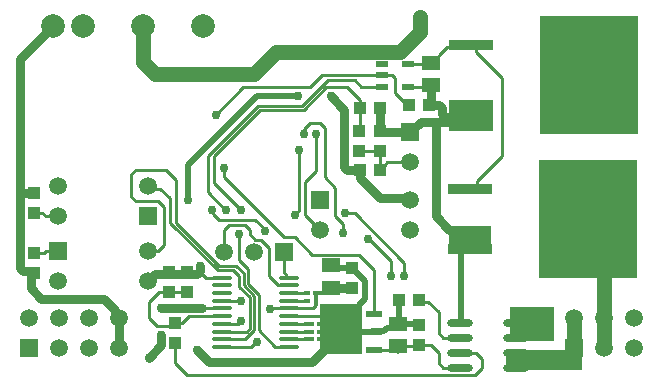
<source format=gtl>
%FSDAX24Y24*%
%MOIN*%
%SFA1B1*%

%IPPOS*%
%AMD27*
4,1,8,0.063000,-0.018700,0.063000,0.018700,0.044300,0.037400,-0.044300,0.037400,-0.063000,0.018700,-0.063000,-0.018700,-0.044300,-0.037400,0.044300,-0.037400,0.063000,-0.018700,0.0*
%
%ADD13C,0.010000*%
%ADD18R,0.039370X0.043310*%
%ADD19R,0.330710X0.397640*%
%ADD20R,0.151580X0.037400*%
%ADD21R,0.043310X0.039370*%
%ADD22R,0.039370X0.023620*%
%ADD23O,0.070870X0.013780*%
%ADD24O,0.086610X0.023620*%
%ADD25R,0.055120X0.023620*%
%ADD26R,0.070870X0.023620*%
G04~CAMADD=27~4~0.0~0.0~748.0~1259.8~0.0~187.0~0~0.0~0.0~0.0~0.0~0~0.0~0.0~0.0~0.0~0~0.0~0.0~0.0~270.0~1260.0~748.0*
%ADD27D27*%
%ADD28R,0.059060X0.051180*%
%ADD53C,0.030000*%
%ADD54C,0.020000*%
%ADD55C,0.050000*%
%ADD56R,0.035000X0.015310*%
%ADD57R,0.024960X0.015310*%
%ADD58R,0.038900X0.015310*%
%ADD59R,0.140000X0.170000*%
%ADD60R,0.140000X0.070000*%
%ADD61R,0.145000X0.085000*%
%ADD62R,0.150000X0.115000*%
%ADD63R,0.255000X0.070000*%
%ADD64R,0.059060X0.059060*%
%ADD65C,0.059060*%
%ADD66C,0.078740*%
%ADD67R,0.059060X0.059060*%
%ADD68C,0.030000*%
%ADD69C,0.050000*%
%LNpcb_dimmerbard-1*%
%LPD*%
G54D13*
X005400Y003065D02*
X006000D01*
X005600Y002034D02*
X005607Y002042D01*
X005515Y001950D02*
X005600Y002034D01*
X005065Y003065D02*
X005400D01*
X012800Y003600D02*
Y004100D01*
X012062Y004837D02*
X012800Y004100D01*
X011600Y005700D02*
X013250Y004050D01*
Y003600D02*
Y004050D01*
X010500Y010300D02*
X012500D01*
X007882Y009900D02*
X010100D01*
X010500Y010300*
X006966Y008984D02*
X007882Y009900D01*
X006900Y007600D02*
X008450Y009150D01*
X006700Y007600D02*
X008385Y009285D01*
X010700Y010150D02*
X011600D01*
X008385Y009285D02*
X009835D01*
X011765Y008465D02*
Y009481D01*
X009835Y009285D02*
X010700Y010150D01*
X008450Y009150D02*
X009900D01*
X010650Y009900D02*
X011347D01*
X009900Y009150D02*
X010650Y009900D01*
X012500Y010300D02*
X012850D01*
X013203Y009446D02*
X013268D01*
X012950Y009700D02*
X013203Y009446D01*
X013268D02*
X013415Y009300D01*
X012950Y009700D02*
Y010200D01*
X012850Y010300D02*
X012950Y010200D01*
X009422Y002016D02*
X009983D01*
X010000Y002000*
X009422Y001504D02*
X009423Y001503D01*
X010001*
X009422Y001760D02*
X009989D01*
X010000Y001750*
X009422Y002783D02*
X010033D01*
X010050Y002800*
X009422Y003039D02*
X010039D01*
X010050Y003050*
X010280Y002623D02*
Y003003D01*
X010210Y002528D02*
X010321Y002638D01*
Y003019D02*
X010347Y003045D01*
X010321Y002638D02*
Y003019D01*
X010347Y003045D02*
X010619D01*
X010800Y003226*
X009422Y002528D02*
X010210D01*
X008791D02*
X009422D01*
X001234Y004384D02*
X001300Y004450D01*
X001700*
X000900Y004384D02*
X001234D01*
X000900D02*
X000965Y004450D01*
X000900Y005715D02*
X001184D01*
X001300Y005600D02*
X001700D01*
X001184Y005715D02*
X001300Y005600D01*
X009903Y008353D02*
X009926Y008376D01*
Y008526*
X010100Y008700*
X010450D02*
X010600Y008550D01*
X010100Y008700D02*
X010450D01*
X010600Y006900D02*
Y008550D01*
X010950Y005598D02*
Y006550D01*
X010600Y006900D02*
X010950Y006550D01*
Y005598D02*
X011200Y005348D01*
Y005050D02*
Y005348D01*
X011261Y005711D02*
X011272Y005700D01*
X011600*
X015600Y000300D02*
X015850Y000550D01*
X005600Y000700D02*
X006000Y000300D01*
X015600*
X005600Y000700D02*
Y001365D01*
X015850Y000550D02*
Y000850D01*
X015100Y001050D02*
X015650D01*
X015850Y000850*
X014550Y000550D02*
X015100D01*
X014400Y000700D02*
X014550Y000550D01*
X014400Y000700D02*
Y001050D01*
X014550Y001550D02*
X015100D01*
X014400Y001700D02*
X014550Y001550D01*
X014400Y001700D02*
Y002400D01*
X014050Y002750D02*
X014400Y002400D01*
X013747Y002750D02*
X014050D01*
X015682Y006782D02*
X016500Y007600D01*
Y010200*
X015632Y011067D02*
X016500Y010200D01*
X009422Y002272D02*
X010678D01*
X009214D02*
X009422D01*
X012966Y001159D02*
X013060Y001065D01*
X006700Y006400D02*
Y007600D01*
X006900Y006700D02*
Y007600D01*
X007250Y006900D02*
Y007200D01*
X006900Y006700D02*
X007800Y005800D01*
X011347Y009900D02*
X011765Y009481D01*
X006500Y003689D02*
X006639Y003550D01*
X006452Y003848D02*
X006500Y003800D01*
X006639Y003550D02*
X007176D01*
X006500Y003689D02*
Y003800D01*
X007176Y003550D02*
X007178Y003551D01*
X007076Y003950D02*
X007650D01*
X005450Y005385D02*
Y006200D01*
X005650Y005376D02*
Y006800D01*
X005450Y005385D02*
X007035Y003800D01*
X005650Y005376D02*
X007076Y003950D01*
X007035Y003800D02*
X007550D01*
X007178Y001248D02*
X008148D01*
X008316Y001416D02*
X008333D01*
X008148Y001248D02*
X008316Y001416D01*
X004750Y002225D02*
X005025Y001950D01*
X005515*
X004750Y002225D02*
Y002750D01*
X007954Y001504D02*
X008250Y001800D01*
X007178Y001504D02*
X007954D01*
X008250Y001800D02*
Y002947D01*
X008100Y001865D02*
Y002906D01*
X007995Y001760D02*
X008100Y001865D01*
X007178Y001760D02*
X007995D01*
X008789Y002526D02*
X008791Y002528D01*
X008602Y005123D02*
Y005168D01*
X008282Y005487D02*
X008602Y005168D01*
X007178Y002783D02*
X007798D01*
X007799Y002783*
X008400Y001800D02*
Y002988D01*
X007900Y003297D02*
Y003700D01*
X007750Y003256D02*
Y003600D01*
Y003256D02*
X008100Y002906D01*
X008050Y003338D02*
X008400Y002988D01*
X008050Y003338D02*
Y003850D01*
X007178Y002783D02*
X007178Y002783D01*
X007900Y003297D02*
X008250Y002947D01*
X008400Y001800D02*
X008951Y001248D01*
X007178Y002016D02*
X007716D01*
X007800Y002100*
X007745D02*
X007800D01*
X011824Y009926D02*
X012500D01*
X011600Y010150D02*
X011824Y009926D01*
X007250Y006900D02*
X009250Y004900D01*
X006888Y005661D02*
Y005761D01*
X006850Y005800D02*
X006888Y005761D01*
Y005661D02*
X007062Y005487D01*
X006700Y006400D02*
X007287Y005812D01*
X007062Y005487D02*
X008282D01*
X009250Y004900D02*
X009600D01*
X011130Y004314D02*
X011145Y004300D01*
X011750*
X010185Y004314D02*
X011130D01*
X009600Y004900D02*
X010185Y004314D01*
X011750Y004300D02*
X012248Y003802D01*
Y002340D02*
Y003802D01*
X012037Y004837D02*
X012062D01*
X009600Y005650D02*
X009750Y005800D01*
X010300Y007100D02*
Y008350D01*
X009950Y006750D02*
X010300Y007100D01*
X009750Y005800D02*
Y007800D01*
X009950Y005650D02*
Y006750D01*
Y005650D02*
X010450Y005150D01*
X008276Y004824D02*
X008476D01*
X008100Y005000D02*
Y005150D01*
Y005000D02*
X008276Y004824D01*
X008476D02*
X008750Y004550D01*
X007950Y005300D02*
X008100Y005150D01*
X007250D02*
X007400Y005300D01*
X007950*
X007750Y004150D02*
Y005000D01*
X008750Y003600D02*
Y004550D01*
X007750Y004150D02*
X008050Y003850D01*
X013366Y009925D02*
X014099D01*
X014150Y009976*
X005300Y007150D02*
X005650Y006800D01*
X005126Y006523D02*
X005450Y006200D01*
X004700Y004450D02*
X005050D01*
X005250Y004650D02*
Y005900D01*
X005050Y004450D02*
X005250Y004650D01*
X004300Y007150D02*
X005300D01*
X004150Y007000D02*
X004300Y007150D01*
X004150Y006250D02*
Y007000D01*
Y006250D02*
X004300Y006100D01*
X005050D02*
X005250Y005900D01*
X004300Y006100D02*
X005050D01*
X010678Y002272D02*
X010700Y002250D01*
X007250Y004400D02*
Y005150D01*
X008750Y003600D02*
X009054Y003295D01*
X009421*
X009422Y003295*
X008951Y001248D02*
X009422D01*
X007650Y003950D02*
X007900Y003700D01*
X007550Y003800D02*
X007750Y003600D01*
X004750Y002750D02*
X005065Y003065D01*
X006522Y002528D02*
X007178D01*
X006500Y002550D02*
X006522Y002528D01*
X013050Y001276D02*
X013710D01*
X013750Y001315*
X014134*
X014400Y001050*
X004776Y006523D02*
X005126D01*
X004700Y006600D02*
X004776Y006523D01*
X005607Y002042D02*
X005842D01*
X006072Y002272D02*
X007178D01*
X005842Y002042D02*
X006072Y002272D01*
X009307Y003569D02*
X009325Y003551D01*
X009250Y003723D02*
X009307Y003665D01*
Y003569D02*
Y003665D01*
X009325Y003551D02*
X009422D01*
X009250Y003723D02*
Y004400D01*
X012248Y001159D02*
X012966D01*
X015682Y006637D02*
Y006782D01*
X015450Y006500D02*
X015545D01*
X015682Y006637*
X015632Y011067D02*
Y011163D01*
X015482Y011300D02*
X015495D01*
X015632Y011163*
X014395Y010929D02*
Y010969D01*
X014150Y010724D02*
X014189D01*
X015436Y011253D02*
X015482Y011300D01*
X014679Y011253D02*
X015436D01*
X014395Y010969D02*
X014679Y011253D01*
X014189Y010724D02*
X014395Y010929D01*
X013366Y010674D02*
X014100D01*
X014150Y010724*
X011750Y008450D02*
X011765Y008465D01*
X011750Y007780D02*
X012450D01*
Y007165D02*
Y007780D01*
X012434Y007150D02*
X012450Y007165D01*
X012601Y007316D02*
X012684Y007400D01*
X013450*
X012601Y007296D02*
Y007316D01*
X012454Y007150D02*
X012601Y007296D01*
X001606Y005693D02*
X001700Y005600D01*
G54D18*
X006000Y003734D03*
Y003065D03*
X005400D03*
Y003734D03*
X005600Y001365D03*
Y002034D03*
X000900Y005715D03*
Y006384D03*
Y004384D03*
Y003715D03*
X013750Y001315D03*
Y001984D03*
X011750Y007780D03*
Y008450D03*
X012450Y007780D03*
Y008450D03*
X011500Y003215D03*
Y003884D03*
G54D19*
X019367Y005500D03*
X019400Y010300D03*
G54D20*
X015450Y004500D03*
Y006500D03*
X015482Y011300D03*
Y009300D03*
G54D21*
X013415Y009300D03*
X013734Y002800D03*
X013065D03*
X014084Y009300D03*
X011765Y007150D03*
X012434D03*
X011765Y009200D03*
X012434D03*
G54D22*
X012500Y010300D03*
X013366Y010674D03*
Y009925D03*
X012500Y010673D03*
Y009926D03*
G54D23*
X009422Y002016D03*
Y001504D03*
Y001760D03*
Y002783D03*
Y003039D03*
Y001248D03*
Y002272D03*
Y002528D03*
Y003295D03*
Y003551D03*
X007178Y001248D03*
Y001504D03*
Y001760D03*
Y002016D03*
Y002272D03*
Y002528D03*
Y002783D03*
Y003039D03*
Y003295D03*
Y003551D03*
G54D24*
X015100Y002050D03*
Y001550D03*
Y001050D03*
Y000550D03*
X016989Y002050D03*
Y001550D03*
Y001050D03*
Y000550D03*
G54D25*
X012248Y001159D03*
Y002340D03*
G54D26*
X012169Y001750D03*
G54D27*
X011185Y001750D03*
G54D28*
X014150Y010724D03*
Y009976D03*
X013050Y001276D03*
Y002024D03*
X010800Y003226D03*
Y003974D03*
G54D53*
X005400Y003684D02*
X005600D01*
X006200D02*
X006353D01*
X011171Y001636D02*
X011235Y001700D01*
X006350Y001150D02*
X006750Y000750D01*
X010185*
X010585Y001150*
X010600*
Y001165*
X011185Y001750*
X010800Y003226D02*
X011489D01*
X014300Y008750D02*
X015050D01*
X013800D02*
X014300D01*
Y005600D02*
Y008750D01*
X014750Y005150D02*
X014900D01*
X014300Y005600D02*
X014750Y005150D01*
X014900D02*
X015050Y005000D01*
X006452Y003782D02*
Y003848D01*
X005600Y003684D02*
X006200D01*
X004943D02*
X005400D01*
X006452Y003848D02*
Y003959D01*
X010800Y009600D02*
X011250Y009150D01*
X006353Y003684D02*
X006452Y003782D01*
X004742Y000892D02*
X005150Y001300D01*
Y001650*
Y002550D02*
X006500D01*
X011250Y007250D02*
X011350Y007150D01*
X011250Y007250D02*
Y009150D01*
X011350Y007150D02*
X011765D01*
X013450Y008400D02*
X013800Y008750D01*
X014423Y009300D02*
X014521Y009201D01*
Y008998D02*
X014619Y008900D01*
X014900*
X014521Y008998D02*
Y009201D01*
X014103Y009300D02*
X014423D01*
X014084D02*
X014103D01*
X014900Y008900D02*
X015050Y008750D01*
X014150Y009346D02*
Y009976D01*
X014103Y009300D02*
X014150Y009346D01*
X012434Y009200D02*
X012450Y009184D01*
Y008450D02*
Y009184D01*
Y008446D02*
Y008450D01*
X012496Y008400D02*
X013450D01*
X012450Y008446D02*
X012496Y008400D01*
X004708Y003450D02*
X004943Y003684D01*
X004700Y003450D02*
X004708D01*
X012450Y006200D02*
X013400D01*
X013450Y006150*
X011783Y006866D02*
Y007131D01*
X011765Y007150D02*
X011783Y007131D01*
Y006866D02*
X012450Y006200D01*
X000450Y006350D02*
Y010850D01*
Y003875D02*
Y006350D01*
X000484Y006384D02*
X000900D01*
X000450Y006350D02*
X000484Y006384D01*
X000853Y003715D02*
Y003777D01*
X000450Y003875D02*
X000548Y003777D01*
X000853*
X000450Y010850D02*
X001550Y011950D01*
X000800Y003200D02*
Y003715D01*
Y003200D02*
X001150Y002850D01*
X003250D02*
X003627Y002472D01*
X001150Y002850D02*
X003250D01*
X003627Y002450D02*
Y002472D01*
X003750Y002250D02*
Y002328D01*
X003627Y002450D02*
X003750Y002328D01*
Y001250D02*
Y002250D01*
G54D54*
X008350Y009600D02*
X009700D01*
X015150Y002050D02*
Y005000D01*
X006050Y007300D02*
X008350Y009600D01*
X011950Y002850D02*
Y003434D01*
X011596Y003768D02*
X011616D01*
X011950Y003434*
X012169Y001750D02*
X012187Y001768D01*
X012576*
X012688Y001879D02*
X012905D01*
X012576Y001768D02*
X012688Y001879D01*
X012905D02*
X013050Y002024D01*
X013065Y002039D02*
Y002800D01*
X013050Y002024D02*
X013065Y002039D01*
X006050Y006150D02*
Y007300D01*
X011600Y002500D02*
X011650D01*
X011750Y002600D02*
Y002650D01*
X011950Y002850*
X011500Y003865D02*
Y003884D01*
X011650Y002500D02*
X011750Y002600D01*
X011500Y003865D02*
X011596Y003768D01*
X010800Y003974D02*
X010889Y003884D01*
X011500*
X013050Y002024D02*
X013710D01*
X013750Y001984*
G54D55*
X004550Y010750D02*
X004950Y010350D01*
X007750*
X008250*
X004550Y010750D02*
Y011950D01*
X013779Y012244D02*
X013784Y012249D01*
X013779Y011749D02*
Y012244D01*
X008977Y011077D02*
X013107D01*
X008250Y010350D02*
X008977Y011077D01*
X013107D02*
X013779Y011749D01*
X018900Y001200D02*
Y002200D01*
X019900Y001200D02*
Y002200D01*
X019750Y005050D02*
Y005950D01*
Y006850*
Y004150D02*
Y005050D01*
Y004150D02*
X019900Y004000D01*
Y002200D02*
Y004000D01*
G54D56*
X010079Y002016D03*
X010073Y001504D03*
X010077Y001756D03*
X010510Y001502D03*
X010514Y001755D03*
X010516Y002013D03*
G54D57*
X010023Y002786D03*
X010025Y003044D03*
G54D58*
X010425Y003045D03*
G54D59*
X011150Y001850D03*
G54D60*
X015450Y004950D03*
G54D61*
X015475Y008875D03*
G54D62*
X017500Y002025D03*
G54D63*
X017925Y000800D03*
G54D64*
X010450Y006150D03*
X000750Y001200D03*
X018900D03*
X004700Y005600D03*
X001700Y004450D03*
X009250Y004400D03*
G54D65*
X010450Y005150D03*
X013450Y006150D03*
Y005150D03*
X000750Y002200D03*
X001750Y001200D03*
Y002200D03*
X002750Y001200D03*
Y002200D03*
X003750Y001200D03*
Y002200D03*
X018900D03*
X019900Y001200D03*
Y002200D03*
X020900Y001200D03*
Y002200D03*
X001700Y006600D03*
Y005600D03*
X004700Y006600D03*
Y003450D03*
Y004450D03*
X001700Y003450D03*
X008250Y004400D03*
X007250D03*
X013450Y007400D03*
G54D66*
X001550Y011950D03*
X002550D03*
X004550D03*
X006550D03*
G54D67*
X013450Y008400D03*
G54D68*
X012800Y003600D03*
X013250D03*
X009700Y009600D03*
X006966Y008984D03*
X007750Y010350D03*
X013784Y012249D03*
X008250Y010350D03*
X006350Y001150D03*
X009903Y008353D03*
X011200Y005050D03*
X011261Y005711D03*
X013779Y011749D03*
X006050Y006150D03*
X007250Y007200D03*
X010800Y009600D03*
X006452Y003959D03*
X008333Y001416D03*
X005150Y001650D03*
Y002550D03*
X004742Y000892D03*
X008789Y002526D03*
X008602Y005123D03*
X007799Y002783D03*
X007800Y002100D03*
X007325Y005800D03*
X007800D03*
X006850D03*
X012037Y004837D03*
X009600Y005650D03*
X010300Y008350D03*
X007750Y005000D03*
X009750Y007800D03*
G54D69*
X018000Y002350D03*
Y001750D03*
X015850Y005000D03*
X015050D03*
Y008750D03*
X015850D03*
X020600Y006850D03*
Y005950D03*
Y005050D03*
Y004150D03*
X019750D03*
Y005050D03*
Y005950D03*
Y006850D03*
X018750Y011700D03*
Y010800D03*
Y009900D03*
Y009000D03*
X019600Y011700D03*
Y010800D03*
Y009900D03*
Y009000D03*
X020450D03*
Y009900D03*
Y010800D03*
Y011700D03*
M02*
</source>
